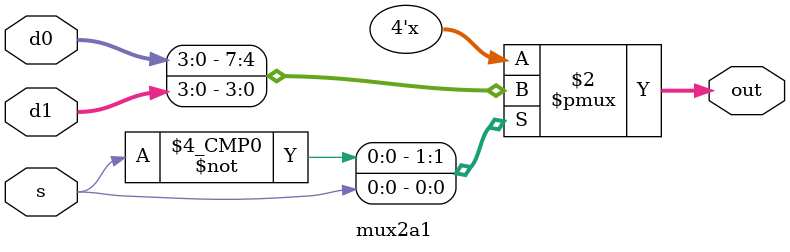
<source format=sv>
module mux2a1 #(parameter WIDTH = 4)
				 (input logic [WIDTH-1:0] d0, d1,
				  input logic s,
				  output logic [WIDTH-1:0] out);
	always_comb 
		case(s)
			1'b0: out = d0;
			1'b1: out = d1;
		endcase
	//assign out = s ? d1 : d0;
endmodule
</source>
